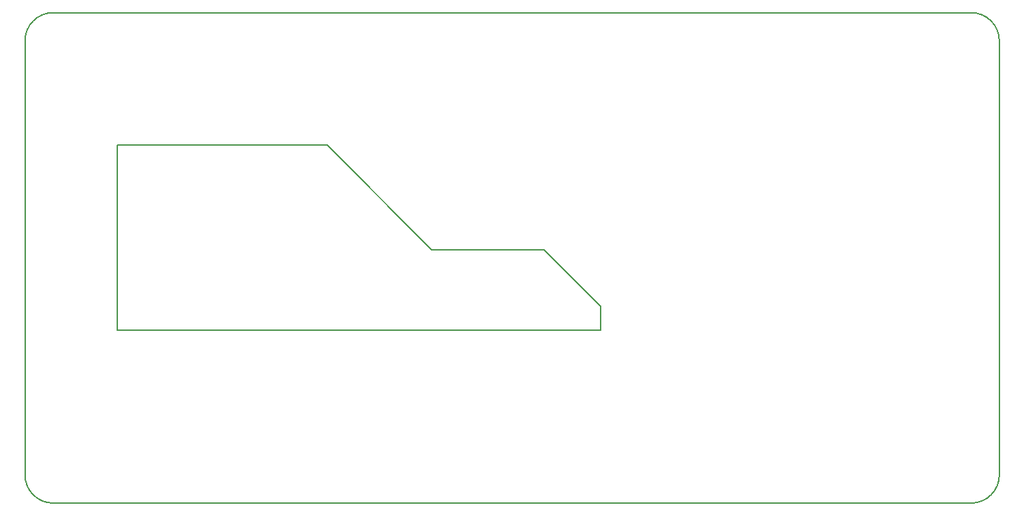
<source format=gbr>
G04 #@! TF.FileFunction,Profile,NP*
%FSLAX46Y46*%
G04 Gerber Fmt 4.6, Leading zero omitted, Abs format (unit mm)*
G04 Created by KiCad (PCBNEW 4.0.6) date 06/03/17 18:22:09*
%MOMM*%
%LPD*%
G01*
G04 APERTURE LIST*
%ADD10C,0.100000*%
%ADD11C,0.150000*%
G04 APERTURE END LIST*
D10*
D11*
X37000000Y-16000000D02*
X11000000Y-16000000D01*
X50000000Y-29000000D02*
X37000000Y-16000000D01*
X64000000Y-29000000D02*
X50000000Y-29000000D01*
X71000000Y-36000000D02*
X64000000Y-29000000D01*
X71000000Y-39000000D02*
X71000000Y-36000000D01*
X11000000Y-39000000D02*
X71000000Y-39000000D01*
X11000000Y-16000000D02*
X11000000Y-39000000D01*
X3000000Y-60500000D02*
X117000000Y-60500000D01*
X-500000Y-3000000D02*
X-500000Y-57000000D01*
X117000000Y500000D02*
X3000000Y500000D01*
X120500000Y-57000000D02*
X120500000Y-3000000D01*
X117000000Y-60500000D02*
G75*
G03X120500000Y-57000000I0J3500000D01*
G01*
X-500000Y-57000000D02*
G75*
G03X3000000Y-60500000I3500000J0D01*
G01*
X3000000Y500000D02*
G75*
G03X-500000Y-3000000I0J-3500000D01*
G01*
X120500000Y-3000000D02*
G75*
G03X117000000Y500000I-3500000J0D01*
G01*
M02*

</source>
